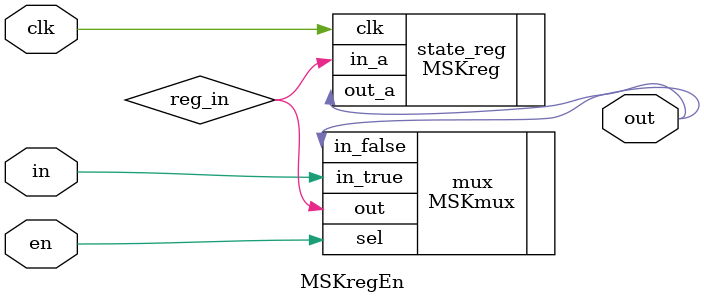
<source format=v>
(* fv_strat = "flatten" *)
module MSKregEn #(parameter d=1, parameter count=1) (clk, en, in, out);

(* fv_type = "clock" *)   input clk;
(* fv_type = "control" *) input en;
(* fv_type = "sharing", fv_latency = 0, fv_count=count *) input  [count*d-1:0] in;
(* fv_type = "sharing", fv_latency = 1, fv_count=count *) output [count*d-1:0] out;

wire [count*d-1:0] reg_in;

MSKmux #(.d(d), .count(count)) mux (.sel(en), .in_true(in), .in_false(out), .out(reg_in));
MSKreg #(.d(d), .count(count)) state_reg (.clk(clk), .in_a(reg_in), .out_a(out));

endmodule

</source>
